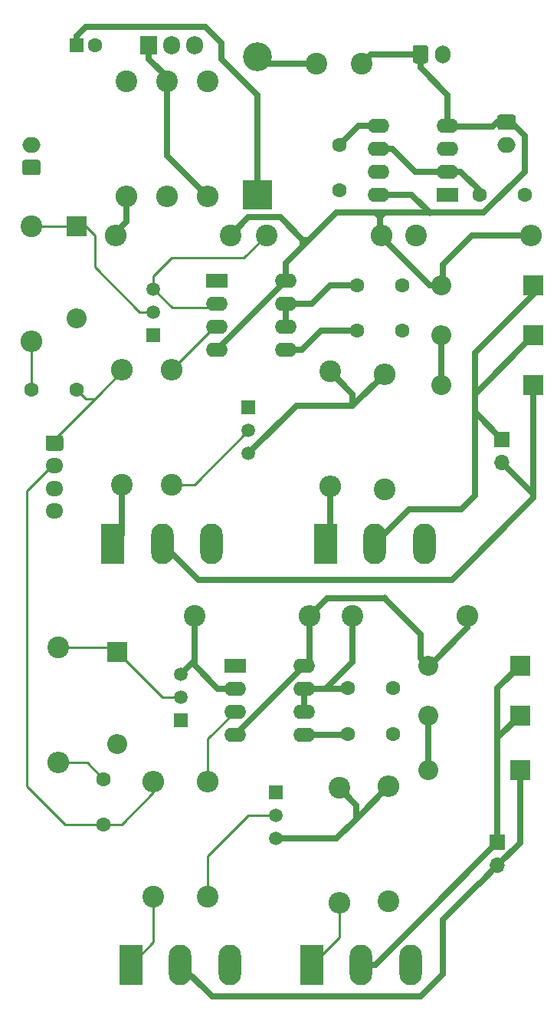
<source format=gbr>
%TF.GenerationSoftware,KiCad,Pcbnew,5.1.10-88a1d61d58~88~ubuntu20.04.1*%
%TF.CreationDate,2021-06-28T09:18:53+01:00*%
%TF.ProjectId,spike_n_hold,7370696b-655f-46e5-9f68-6f6c642e6b69,rev?*%
%TF.SameCoordinates,Original*%
%TF.FileFunction,Copper,L1,Top*%
%TF.FilePolarity,Positive*%
%FSLAX46Y46*%
G04 Gerber Fmt 4.6, Leading zero omitted, Abs format (unit mm)*
G04 Created by KiCad (PCBNEW 5.1.10-88a1d61d58~88~ubuntu20.04.1) date 2021-06-28 09:18:53*
%MOMM*%
%LPD*%
G01*
G04 APERTURE LIST*
%TA.AperFunction,ComponentPad*%
%ADD10C,2.400000*%
%TD*%
%TA.AperFunction,ComponentPad*%
%ADD11O,2.000000X1.700000*%
%TD*%
%TA.AperFunction,ComponentPad*%
%ADD12O,2.400000X2.400000*%
%TD*%
%TA.AperFunction,ComponentPad*%
%ADD13C,1.600000*%
%TD*%
%TA.AperFunction,ComponentPad*%
%ADD14R,1.600000X1.600000*%
%TD*%
%TA.AperFunction,ComponentPad*%
%ADD15O,2.400000X1.600000*%
%TD*%
%TA.AperFunction,ComponentPad*%
%ADD16R,2.400000X1.600000*%
%TD*%
%TA.AperFunction,ComponentPad*%
%ADD17O,1.905000X2.000000*%
%TD*%
%TA.AperFunction,ComponentPad*%
%ADD18R,1.905000X2.000000*%
%TD*%
%TA.AperFunction,ComponentPad*%
%ADD19O,1.700000X2.000000*%
%TD*%
%TA.AperFunction,ComponentPad*%
%ADD20R,2.200000X2.200000*%
%TD*%
%TA.AperFunction,ComponentPad*%
%ADD21O,2.200000X2.200000*%
%TD*%
%TA.AperFunction,ComponentPad*%
%ADD22R,3.200000X3.200000*%
%TD*%
%TA.AperFunction,ComponentPad*%
%ADD23O,3.200000X3.200000*%
%TD*%
%TA.AperFunction,ComponentPad*%
%ADD24R,1.700000X1.700000*%
%TD*%
%TA.AperFunction,ComponentPad*%
%ADD25O,1.700000X1.700000*%
%TD*%
%TA.AperFunction,ComponentPad*%
%ADD26O,2.500000X4.500000*%
%TD*%
%TA.AperFunction,ComponentPad*%
%ADD27R,2.500000X4.500000*%
%TD*%
%TA.AperFunction,ComponentPad*%
%ADD28C,1.500000*%
%TD*%
%TA.AperFunction,ComponentPad*%
%ADD29R,1.500000X1.500000*%
%TD*%
%TA.AperFunction,ComponentPad*%
%ADD30O,1.950000X1.700000*%
%TD*%
%TA.AperFunction,ViaPad*%
%ADD31C,0.800000*%
%TD*%
%TA.AperFunction,Conductor*%
%ADD32C,0.250000*%
%TD*%
%TA.AperFunction,Conductor*%
%ADD33C,0.700000*%
%TD*%
G04 APERTURE END LIST*
D10*
%TO.P,L1,2*%
%TO.N,Net-(D17-Pad2)*%
X141000000Y-38500000D03*
%TO.P,L1,1*%
%TO.N,+12V*%
X146000000Y-38500000D03*
%TD*%
D11*
%TO.P,J7,2*%
%TO.N,GND*%
X109500000Y-47500000D03*
%TO.P,J7,1*%
%TO.N,+24V*%
%TA.AperFunction,ComponentPad*%
G36*
G01*
X110250000Y-50850000D02*
X108750000Y-50850000D01*
G75*
G02*
X108500000Y-50600000I0J250000D01*
G01*
X108500000Y-49400000D01*
G75*
G02*
X108750000Y-49150000I250000J0D01*
G01*
X110250000Y-49150000D01*
G75*
G02*
X110500000Y-49400000I0J-250000D01*
G01*
X110500000Y-50600000D01*
G75*
G02*
X110250000Y-50850000I-250000J0D01*
G01*
G37*
%TD.AperFunction*%
%TD*%
D10*
%TO.P,R15,1*%
%TO.N,+12V*%
X131500000Y-57500000D03*
D12*
%TO.P,R15,2*%
%TO.N,Net-(R15-Pad2)*%
X118800000Y-57500000D03*
%TD*%
D13*
%TO.P,C15,2*%
%TO.N,GND*%
X116500000Y-36500000D03*
D14*
%TO.P,C15,1*%
%TO.N,+24V*%
X114500000Y-36500000D03*
%TD*%
D15*
%TO.P,U3,8*%
%TO.N,+12V*%
X147880000Y-53000000D03*
%TO.P,U3,4*%
X155500000Y-45380000D03*
%TO.P,U3,7*%
%TO.N,Net-(R15-Pad2)*%
X147880000Y-50460000D03*
%TO.P,U3,3*%
%TO.N,Net-(R17-Pad1)*%
X155500000Y-47920000D03*
%TO.P,U3,6*%
%TO.N,Net-(C7-Pad2)*%
X147880000Y-47920000D03*
%TO.P,U3,2*%
X155500000Y-50460000D03*
%TO.P,U3,5*%
%TO.N,Net-(C8-Pad2)*%
X147880000Y-45380000D03*
D16*
%TO.P,U3,1*%
%TO.N,GND*%
X155500000Y-53000000D03*
%TD*%
D12*
%TO.P,R18,2*%
%TO.N,GND*%
X124500000Y-53200000D03*
D10*
%TO.P,R18,1*%
%TO.N,Net-(Q9-Pad1)*%
X124500000Y-40500000D03*
%TD*%
D12*
%TO.P,R17,2*%
%TO.N,Net-(Q9-Pad1)*%
X129000000Y-53200000D03*
D10*
%TO.P,R17,1*%
%TO.N,Net-(R17-Pad1)*%
X129000000Y-40500000D03*
%TD*%
D17*
%TO.P,Q9,3*%
%TO.N,GND*%
X127580000Y-36500000D03*
%TO.P,Q9,2*%
%TO.N,Net-(D17-Pad2)*%
X125040000Y-36500000D03*
D18*
%TO.P,Q9,1*%
%TO.N,Net-(Q9-Pad1)*%
X122500000Y-36500000D03*
%TD*%
D19*
%TO.P,J6,2*%
%TO.N,GND*%
X155000000Y-37500000D03*
%TO.P,J6,1*%
%TO.N,+12V*%
%TA.AperFunction,ComponentPad*%
G36*
G01*
X151650000Y-38250000D02*
X151650000Y-36750000D01*
G75*
G02*
X151900000Y-36500000I250000J0D01*
G01*
X153100000Y-36500000D01*
G75*
G02*
X153350000Y-36750000I0J-250000D01*
G01*
X153350000Y-38250000D01*
G75*
G02*
X153100000Y-38500000I-250000J0D01*
G01*
X151900000Y-38500000D01*
G75*
G02*
X151650000Y-38250000I0J250000D01*
G01*
G37*
%TD.AperFunction*%
%TD*%
D11*
%TO.P,J5,2*%
%TO.N,GND*%
X162000000Y-47500000D03*
%TO.P,J5,1*%
%TO.N,+12V*%
%TA.AperFunction,ComponentPad*%
G36*
G01*
X161250000Y-44150000D02*
X162750000Y-44150000D01*
G75*
G02*
X163000000Y-44400000I0J-250000D01*
G01*
X163000000Y-45600000D01*
G75*
G02*
X162750000Y-45850000I-250000J0D01*
G01*
X161250000Y-45850000D01*
G75*
G02*
X161000000Y-45600000I0J250000D01*
G01*
X161000000Y-44400000D01*
G75*
G02*
X161250000Y-44150000I250000J0D01*
G01*
G37*
%TD.AperFunction*%
%TD*%
D13*
%TO.P,C8,2*%
%TO.N,Net-(C8-Pad2)*%
X143500000Y-47500000D03*
%TO.P,C8,1*%
%TO.N,GND*%
X143500000Y-52500000D03*
%TD*%
%TO.P,C7,2*%
%TO.N,Net-(C7-Pad2)*%
X159000000Y-53000000D03*
%TO.P,C7,1*%
%TO.N,GND*%
X164000000Y-53000000D03*
%TD*%
D20*
%TO.P,D4,1*%
%TO.N,Net-(D4-Pad1)*%
X114500000Y-56500000D03*
D21*
%TO.P,D4,2*%
%TO.N,GND*%
X114500000Y-66660000D03*
%TD*%
D13*
%TO.P,C1,1*%
%TO.N,Net-(C1-Pad1)*%
X117500000Y-117500000D03*
%TO.P,C1,2*%
%TO.N,input_trigger2*%
X117500000Y-122500000D03*
%TD*%
%TO.P,C2,1*%
%TO.N,Net-(C2-Pad1)*%
X109500000Y-74500000D03*
%TO.P,C2,2*%
%TO.N,input_trigger1*%
X114500000Y-74500000D03*
%TD*%
%TO.P,C3,2*%
%TO.N,Net-(C3-Pad2)*%
X144500000Y-112500000D03*
%TO.P,C3,1*%
%TO.N,GND*%
X149500000Y-112500000D03*
%TD*%
%TO.P,C4,2*%
%TO.N,Net-(C4-Pad2)*%
X145500000Y-68000000D03*
%TO.P,C4,1*%
%TO.N,GND*%
X150500000Y-68000000D03*
%TD*%
%TO.P,C5,1*%
%TO.N,Net-(C5-Pad1)*%
X144500000Y-107500000D03*
%TO.P,C5,2*%
%TO.N,GND*%
X149500000Y-107500000D03*
%TD*%
%TO.P,C6,2*%
%TO.N,GND*%
X150500000Y-63000000D03*
%TO.P,C6,1*%
%TO.N,Net-(C6-Pad1)*%
X145500000Y-63000000D03*
%TD*%
D21*
%TO.P,D1,2*%
%TO.N,+12V*%
X153340000Y-105000000D03*
D20*
%TO.P,D1,1*%
%TO.N,Net-(D1-Pad1)*%
X163500000Y-105000000D03*
%TD*%
%TO.P,D2,1*%
%TO.N,Net-(D2-Pad1)*%
X165000000Y-63000000D03*
D21*
%TO.P,D2,2*%
%TO.N,+12V*%
X154840000Y-63000000D03*
%TD*%
%TO.P,D3,2*%
%TO.N,GND*%
X119000000Y-113660000D03*
D20*
%TO.P,D3,1*%
%TO.N,Net-(D3-Pad1)*%
X119000000Y-103500000D03*
%TD*%
D21*
%TO.P,D5,2*%
%TO.N,Net-(D5-Pad2)*%
X153340000Y-110500000D03*
D20*
%TO.P,D5,1*%
%TO.N,Net-(D1-Pad1)*%
X163500000Y-110500000D03*
%TD*%
D21*
%TO.P,D6,2*%
%TO.N,Net-(D6-Pad2)*%
X154840000Y-68500000D03*
D20*
%TO.P,D6,1*%
%TO.N,Net-(D2-Pad1)*%
X165000000Y-68500000D03*
%TD*%
%TO.P,D7,1*%
%TO.N,Net-(D7-Pad1)*%
X163500000Y-116500000D03*
D21*
%TO.P,D7,2*%
%TO.N,Net-(D5-Pad2)*%
X153340000Y-116500000D03*
%TD*%
%TO.P,D8,2*%
%TO.N,Net-(D6-Pad2)*%
X154840000Y-74000000D03*
D20*
%TO.P,D8,1*%
%TO.N,Net-(D8-Pad1)*%
X165000000Y-74000000D03*
%TD*%
D22*
%TO.P,D17,1*%
%TO.N,+24V*%
X134500000Y-53000000D03*
D23*
%TO.P,D17,2*%
%TO.N,Net-(D17-Pad2)*%
X134500000Y-37760000D03*
%TD*%
D24*
%TO.P,J3,1*%
%TO.N,Net-(D1-Pad1)*%
X161000000Y-124500000D03*
D25*
%TO.P,J3,2*%
%TO.N,Net-(D7-Pad1)*%
X161000000Y-127040000D03*
%TD*%
%TO.P,J4,2*%
%TO.N,Net-(D8-Pad1)*%
X161500000Y-82540000D03*
D24*
%TO.P,J4,1*%
%TO.N,Net-(D2-Pad1)*%
X161500000Y-80000000D03*
%TD*%
D26*
%TO.P,Q1,3*%
%TO.N,+24V*%
X151400000Y-138000000D03*
%TO.P,Q1,2*%
%TO.N,Net-(D1-Pad1)*%
X145950000Y-138000000D03*
D27*
%TO.P,Q1,1*%
%TO.N,Net-(Q1-Pad1)*%
X140500000Y-138000000D03*
%TD*%
%TO.P,Q2,1*%
%TO.N,Net-(Q2-Pad1)*%
X142000000Y-91500000D03*
D26*
%TO.P,Q2,2*%
%TO.N,Net-(D2-Pad1)*%
X147450000Y-91500000D03*
%TO.P,Q2,3*%
%TO.N,+24V*%
X152900000Y-91500000D03*
%TD*%
%TO.P,Q7,3*%
%TO.N,GND*%
X131400000Y-138000000D03*
%TO.P,Q7,2*%
%TO.N,Net-(D7-Pad1)*%
X125950000Y-138000000D03*
D27*
%TO.P,Q7,1*%
%TO.N,Net-(Q7-Pad1)*%
X120500000Y-138000000D03*
%TD*%
D26*
%TO.P,Q8,3*%
%TO.N,GND*%
X129400000Y-91500000D03*
%TO.P,Q8,2*%
%TO.N,Net-(D8-Pad1)*%
X123950000Y-91500000D03*
D27*
%TO.P,Q8,1*%
%TO.N,Net-(Q8-Pad1)*%
X118500000Y-91500000D03*
%TD*%
D10*
%TO.P,R1,1*%
%TO.N,+24V*%
X149000000Y-131000000D03*
D12*
%TO.P,R1,2*%
%TO.N,Net-(Q5-Pad3)*%
X149000000Y-118300000D03*
%TD*%
%TO.P,R2,2*%
%TO.N,Net-(Q6-Pad3)*%
X148500000Y-72800000D03*
D10*
%TO.P,R2,1*%
%TO.N,+24V*%
X148500000Y-85500000D03*
%TD*%
D12*
%TO.P,R3,2*%
%TO.N,Net-(Q1-Pad1)*%
X143500000Y-131200000D03*
D10*
%TO.P,R3,1*%
%TO.N,Net-(Q5-Pad3)*%
X143500000Y-118500000D03*
%TD*%
%TO.P,R4,1*%
%TO.N,Net-(Q6-Pad3)*%
X142500000Y-72500000D03*
D12*
%TO.P,R4,2*%
%TO.N,Net-(Q2-Pad1)*%
X142500000Y-85200000D03*
%TD*%
%TO.P,R5,2*%
%TO.N,Net-(C1-Pad1)*%
X112500000Y-115700000D03*
D10*
%TO.P,R5,1*%
%TO.N,Net-(D3-Pad1)*%
X112500000Y-103000000D03*
%TD*%
%TO.P,R6,1*%
%TO.N,Net-(D4-Pad1)*%
X109500000Y-56500000D03*
D12*
%TO.P,R6,2*%
%TO.N,Net-(C2-Pad1)*%
X109500000Y-69200000D03*
%TD*%
%TO.P,R7,2*%
%TO.N,timed_trigger2*%
X129000000Y-117800000D03*
D10*
%TO.P,R7,1*%
%TO.N,Net-(Q5-Pad2)*%
X129000000Y-130500000D03*
%TD*%
%TO.P,R8,1*%
%TO.N,Net-(Q6-Pad2)*%
X125000000Y-85000000D03*
D12*
%TO.P,R8,2*%
%TO.N,timed_trigger1*%
X125000000Y-72300000D03*
%TD*%
D10*
%TO.P,R9,1*%
%TO.N,Net-(Q3-Pad3)*%
X127500000Y-99500000D03*
D12*
%TO.P,R9,2*%
%TO.N,+12V*%
X140200000Y-99500000D03*
%TD*%
%TO.P,R10,2*%
%TO.N,+12V*%
X148200000Y-57500000D03*
D10*
%TO.P,R10,1*%
%TO.N,Net-(Q4-Pad3)*%
X135500000Y-57500000D03*
%TD*%
%TO.P,R11,1*%
%TO.N,Net-(Q7-Pad1)*%
X123000000Y-130500000D03*
D12*
%TO.P,R11,2*%
%TO.N,input_trigger2*%
X123000000Y-117800000D03*
%TD*%
%TO.P,R12,2*%
%TO.N,input_trigger1*%
X119500000Y-72300000D03*
D10*
%TO.P,R12,1*%
%TO.N,Net-(Q8-Pad1)*%
X119500000Y-85000000D03*
%TD*%
D12*
%TO.P,R13,2*%
%TO.N,+12V*%
X157700000Y-99500000D03*
D10*
%TO.P,R13,1*%
%TO.N,Net-(C5-Pad1)*%
X145000000Y-99500000D03*
%TD*%
%TO.P,R14,1*%
%TO.N,Net-(C6-Pad1)*%
X152000000Y-57500000D03*
D12*
%TO.P,R14,2*%
%TO.N,+12V*%
X164700000Y-57500000D03*
%TD*%
D16*
%TO.P,U1,1*%
%TO.N,GND*%
X132000000Y-105000000D03*
D15*
%TO.P,U1,5*%
%TO.N,Net-(C3-Pad2)*%
X139620000Y-112620000D03*
%TO.P,U1,2*%
%TO.N,Net-(Q3-Pad3)*%
X132000000Y-107540000D03*
%TO.P,U1,6*%
%TO.N,Net-(C5-Pad1)*%
X139620000Y-110080000D03*
%TO.P,U1,3*%
%TO.N,timed_trigger2*%
X132000000Y-110080000D03*
%TO.P,U1,7*%
%TO.N,Net-(C5-Pad1)*%
X139620000Y-107540000D03*
%TO.P,U1,4*%
%TO.N,+12V*%
X132000000Y-112620000D03*
%TO.P,U1,8*%
X139620000Y-105000000D03*
%TD*%
D16*
%TO.P,U2,1*%
%TO.N,GND*%
X130000000Y-62500000D03*
D15*
%TO.P,U2,5*%
%TO.N,Net-(C4-Pad2)*%
X137620000Y-70120000D03*
%TO.P,U2,2*%
%TO.N,Net-(Q4-Pad3)*%
X130000000Y-65040000D03*
%TO.P,U2,6*%
%TO.N,Net-(C6-Pad1)*%
X137620000Y-67580000D03*
%TO.P,U2,3*%
%TO.N,timed_trigger1*%
X130000000Y-67580000D03*
%TO.P,U2,7*%
%TO.N,Net-(C6-Pad1)*%
X137620000Y-65040000D03*
%TO.P,U2,4*%
%TO.N,+12V*%
X130000000Y-70120000D03*
%TO.P,U2,8*%
X137620000Y-62500000D03*
%TD*%
D28*
%TO.P,Q3,2*%
%TO.N,Net-(D3-Pad1)*%
X126000000Y-108460000D03*
%TO.P,Q3,3*%
%TO.N,Net-(Q3-Pad3)*%
X126000000Y-105920000D03*
D29*
%TO.P,Q3,1*%
%TO.N,GND*%
X126000000Y-111000000D03*
%TD*%
%TO.P,Q4,1*%
%TO.N,GND*%
X123000000Y-68500000D03*
D28*
%TO.P,Q4,3*%
%TO.N,Net-(Q4-Pad3)*%
X123000000Y-63420000D03*
%TO.P,Q4,2*%
%TO.N,Net-(D4-Pad1)*%
X123000000Y-65960000D03*
%TD*%
D29*
%TO.P,Q5,1*%
%TO.N,GND*%
X136500000Y-119000000D03*
D28*
%TO.P,Q5,3*%
%TO.N,Net-(Q5-Pad3)*%
X136500000Y-124080000D03*
%TO.P,Q5,2*%
%TO.N,Net-(Q5-Pad2)*%
X136500000Y-121540000D03*
%TD*%
D29*
%TO.P,Q6,1*%
%TO.N,GND*%
X133500000Y-76500000D03*
D28*
%TO.P,Q6,3*%
%TO.N,Net-(Q6-Pad3)*%
X133500000Y-81580000D03*
%TO.P,Q6,2*%
%TO.N,Net-(Q6-Pad2)*%
X133500000Y-79040000D03*
%TD*%
D10*
%TO.P,R16,1*%
%TO.N,Net-(C7-Pad2)*%
X120000000Y-40500000D03*
D12*
%TO.P,R16,2*%
%TO.N,Net-(R15-Pad2)*%
X120000000Y-53200000D03*
%TD*%
%TO.P,J1,1*%
%TO.N,input_trigger1*%
%TA.AperFunction,ComponentPad*%
G36*
G01*
X111323000Y-79576000D02*
X112773000Y-79576000D01*
G75*
G02*
X113023000Y-79826000I0J-250000D01*
G01*
X113023000Y-81026000D01*
G75*
G02*
X112773000Y-81276000I-250000J0D01*
G01*
X111323000Y-81276000D01*
G75*
G02*
X111073000Y-81026000I0J250000D01*
G01*
X111073000Y-79826000D01*
G75*
G02*
X111323000Y-79576000I250000J0D01*
G01*
G37*
%TD.AperFunction*%
D30*
%TO.P,J1,2*%
%TO.N,input_trigger2*%
X112048000Y-82926000D03*
%TO.P,J1,3*%
%TO.N,Net-(J1-Pad3)*%
X112048000Y-85426000D03*
%TO.P,J1,4*%
%TO.N,GND*%
X112048000Y-87926000D03*
%TD*%
D31*
%TO.N,+12V*%
X153499990Y-55000000D03*
X148500000Y-97552183D03*
%TD*%
D32*
%TO.N,Net-(C1-Pad1)*%
X115700000Y-115700000D02*
X117500000Y-117500000D01*
X112500000Y-115700000D02*
X115700000Y-115700000D01*
%TO.N,input_trigger2*%
X117500000Y-122500000D02*
X119500000Y-122500000D01*
X123000000Y-119000000D02*
X123000000Y-117800000D01*
X119500000Y-122500000D02*
X123000000Y-119000000D01*
X111540000Y-83180000D02*
X109000000Y-85720000D01*
X109000000Y-85720000D02*
X109000000Y-118272000D01*
X113228000Y-122500000D02*
X117500000Y-122500000D01*
X109000000Y-118272000D02*
X113228000Y-122500000D01*
%TO.N,Net-(C2-Pad1)*%
X109500000Y-70200000D02*
X110500000Y-69200000D01*
X109500000Y-74500000D02*
X109500000Y-70200000D01*
%TO.N,input_trigger1*%
X119500000Y-72500000D02*
X119500000Y-72300000D01*
X114500000Y-74500000D02*
X115500000Y-75500000D01*
X116500000Y-75500000D02*
X117000000Y-75000000D01*
X115500000Y-75500000D02*
X116500000Y-75500000D01*
X117000000Y-75000000D02*
X119500000Y-72500000D01*
X111500000Y-80500000D02*
X117000000Y-75000000D01*
D33*
%TO.N,Net-(C3-Pad2)*%
X144380000Y-112620000D02*
X144500000Y-112500000D01*
X139620000Y-112620000D02*
X144380000Y-112620000D01*
%TO.N,Net-(C4-Pad2)*%
X137620000Y-70120000D02*
X139380000Y-70120000D01*
X141500000Y-68000000D02*
X145500000Y-68000000D01*
X139380000Y-70120000D02*
X141500000Y-68000000D01*
%TO.N,Net-(C5-Pad1)*%
X139620000Y-107540000D02*
X139620000Y-110080000D01*
X144460000Y-107540000D02*
X144500000Y-107500000D01*
X142040000Y-107540000D02*
X144460000Y-107540000D01*
X139620000Y-107540000D02*
X142040000Y-107540000D01*
X145000000Y-104580000D02*
X142040000Y-107540000D01*
X145000000Y-99500000D02*
X145000000Y-104580000D01*
%TO.N,Net-(C6-Pad1)*%
X137620000Y-67580000D02*
X137620000Y-65040000D01*
X142500000Y-63000000D02*
X145500000Y-63000000D01*
X140460000Y-65040000D02*
X142500000Y-63000000D01*
X137620000Y-65040000D02*
X140460000Y-65040000D01*
%TO.N,+24V*%
X114500000Y-35500000D02*
X114500000Y-36500000D01*
X115500000Y-34500000D02*
X114500000Y-35500000D01*
X128752370Y-34500000D02*
X115500000Y-34500000D01*
X130500000Y-38000000D02*
X130500000Y-36247630D01*
X134500000Y-42000000D02*
X130500000Y-38000000D01*
X130500000Y-36247630D02*
X128752370Y-34500000D01*
X134500000Y-53000000D02*
X134500000Y-42000000D01*
%TO.N,+12V*%
X147500000Y-55000000D02*
X148000000Y-55500000D01*
X148000000Y-55500000D02*
X148500000Y-55000000D01*
X132000000Y-112620000D02*
X139620000Y-105000000D01*
X130000000Y-70120000D02*
X137620000Y-62500000D01*
X151434315Y-55000000D02*
X153499990Y-55000000D01*
X143200000Y-55000000D02*
X151434315Y-55000000D01*
X137620000Y-62500000D02*
X137620000Y-60580000D01*
X148000000Y-55000000D02*
X151434315Y-55000000D01*
X148000000Y-57500000D02*
X148000000Y-55000000D01*
X153500000Y-63000000D02*
X148000000Y-57500000D01*
X154840000Y-63000000D02*
X153500000Y-63000000D01*
X158200000Y-57500000D02*
X164700000Y-57500000D01*
X155000000Y-60700000D02*
X158200000Y-57500000D01*
X155000000Y-63000000D02*
X155000000Y-60700000D01*
X154840000Y-63000000D02*
X155000000Y-63000000D01*
X140200000Y-99500000D02*
X140200000Y-104420000D01*
X140200000Y-104420000D02*
X139620000Y-105000000D01*
X142147817Y-97552183D02*
X148500000Y-97552183D01*
X140200000Y-99500000D02*
X142147817Y-97552183D01*
X153500000Y-105000000D02*
X153340000Y-105000000D01*
X157700000Y-100800000D02*
X153500000Y-105000000D01*
X157700000Y-99500000D02*
X157700000Y-100800000D01*
X152500000Y-101552183D02*
X148500000Y-97552183D01*
X152500000Y-104160000D02*
X152500000Y-101552183D01*
X153340000Y-105000000D02*
X152500000Y-104160000D01*
X133500000Y-55500000D02*
X137000000Y-55500000D01*
X131500000Y-57500000D02*
X133500000Y-55500000D01*
X139500000Y-58700000D02*
X139350000Y-58850000D01*
X137620000Y-60580000D02*
X139350000Y-58850000D01*
X137000000Y-55500000D02*
X139500000Y-58000000D01*
X139500000Y-58000000D02*
X139500000Y-58700000D01*
X139500000Y-58000000D02*
X139850000Y-58350000D01*
X140000000Y-58000000D02*
X140100000Y-58100000D01*
X139500000Y-58000000D02*
X140000000Y-58000000D01*
X140100000Y-58100000D02*
X143200000Y-55000000D01*
X139350000Y-58850000D02*
X140100000Y-58100000D01*
X159500000Y-55000000D02*
X153499990Y-55000000D01*
X164000000Y-50500000D02*
X159500000Y-55000000D01*
X164000000Y-46500000D02*
X164000000Y-50500000D01*
X162500000Y-45000000D02*
X164000000Y-46500000D01*
X162000000Y-45000000D02*
X162500000Y-45000000D01*
X147000000Y-37500000D02*
X146000000Y-38500000D01*
X152500000Y-37500000D02*
X147000000Y-37500000D01*
X151499990Y-53000000D02*
X153499990Y-55000000D01*
X147880000Y-53000000D02*
X151499990Y-53000000D01*
X152500000Y-39000000D02*
X155500000Y-42000000D01*
X155500000Y-42000000D02*
X155500000Y-45380000D01*
X152500000Y-37500000D02*
X152500000Y-39000000D01*
X161000000Y-45000000D02*
X162000000Y-45000000D01*
X160500000Y-45500000D02*
X161000000Y-45000000D01*
X155620000Y-45500000D02*
X160500000Y-45500000D01*
X155500000Y-45380000D02*
X155620000Y-45500000D01*
%TO.N,Net-(D1-Pad1)*%
X161000000Y-113000000D02*
X163500000Y-110500000D01*
X161000000Y-107500000D02*
X163500000Y-105000000D01*
X161000000Y-113000000D02*
X161000000Y-107500000D01*
X161000000Y-124500000D02*
X161000000Y-113000000D01*
X161000000Y-124500000D02*
X151400000Y-134100000D01*
X147500000Y-138000000D02*
X151400000Y-134100000D01*
X145950000Y-138000000D02*
X147500000Y-138000000D01*
%TO.N,Net-(D2-Pad1)*%
X165000000Y-64000000D02*
X158500000Y-70500000D01*
X165000000Y-63000000D02*
X165000000Y-64000000D01*
X158500000Y-77000000D02*
X161500000Y-80000000D01*
X158500000Y-70500000D02*
X158500000Y-73500000D01*
X158500000Y-73500000D02*
X158500000Y-74500000D01*
X158500000Y-74500000D02*
X158500000Y-77000000D01*
X151250000Y-87700000D02*
X147450000Y-91500000D01*
X157000000Y-87700000D02*
X151250000Y-87700000D01*
X158500000Y-86200000D02*
X157000000Y-87700000D01*
X158500000Y-73500000D02*
X158500000Y-86200000D01*
X158500000Y-75000000D02*
X165000000Y-68500000D01*
D32*
%TO.N,Net-(D3-Pad1)*%
X118500000Y-103000000D02*
X119000000Y-103500000D01*
X112500000Y-103000000D02*
X118500000Y-103000000D01*
X123960000Y-108460000D02*
X119000000Y-103500000D01*
X126000000Y-108460000D02*
X123960000Y-108460000D01*
%TO.N,Net-(D4-Pad1)*%
X110500000Y-56500000D02*
X114500000Y-56500000D01*
X121460000Y-65960000D02*
X123000000Y-65960000D01*
X116500000Y-57500000D02*
X116500000Y-61000000D01*
X115500000Y-56500000D02*
X116500000Y-57500000D01*
X116500000Y-61000000D02*
X121460000Y-65960000D01*
X114500000Y-56500000D02*
X115500000Y-56500000D01*
D33*
%TO.N,Net-(D5-Pad2)*%
X153340000Y-110500000D02*
X153340000Y-116500000D01*
%TO.N,Net-(D6-Pad2)*%
X154840000Y-68500000D02*
X154840000Y-74000000D01*
%TO.N,Net-(D7-Pad1)*%
X163500000Y-124540000D02*
X163500000Y-116500000D01*
X161000000Y-127040000D02*
X163500000Y-124540000D01*
X159000000Y-129040000D02*
X161000000Y-127040000D01*
X129450000Y-141500000D02*
X133500000Y-141500000D01*
X125950000Y-138000000D02*
X129450000Y-141500000D01*
X133000000Y-141500000D02*
X133500000Y-141500000D01*
X159000000Y-129040000D02*
X158960000Y-129040000D01*
X158960000Y-129040000D02*
X155000000Y-133000000D01*
X155000000Y-133000000D02*
X155000000Y-139000000D01*
X155000000Y-139000000D02*
X152500000Y-141500000D01*
X133500000Y-141500000D02*
X152500000Y-141500000D01*
%TO.N,Net-(D8-Pad1)*%
X165000000Y-86500000D02*
X165000000Y-74000000D01*
X165000000Y-86040000D02*
X161500000Y-82540000D01*
X165000000Y-86500000D02*
X165000000Y-86040000D01*
X156000000Y-95500000D02*
X165000000Y-86500000D01*
X127950000Y-95500000D02*
X156000000Y-95500000D01*
X123950000Y-91500000D02*
X127950000Y-95500000D01*
D32*
%TO.N,Net-(Q1-Pad1)*%
X143500000Y-135000000D02*
X140500000Y-138000000D01*
X143500000Y-131200000D02*
X143500000Y-135000000D01*
D33*
%TO.N,Net-(Q2-Pad1)*%
X142500000Y-91000000D02*
X142000000Y-91500000D01*
X142500000Y-85200000D02*
X142500000Y-91000000D01*
D32*
%TO.N,Net-(Q7-Pad1)*%
X123000000Y-135500000D02*
X120500000Y-138000000D01*
X123000000Y-130500000D02*
X123000000Y-135500000D01*
D33*
%TO.N,Net-(Q8-Pad1)*%
X119500000Y-90500000D02*
X118500000Y-91500000D01*
X119500000Y-85000000D02*
X119500000Y-90500000D01*
%TO.N,Net-(Q5-Pad3)*%
X136500000Y-124080000D02*
X143220000Y-124080000D01*
X145400000Y-120400000D02*
X145400000Y-121900000D01*
X143500000Y-118500000D02*
X145400000Y-120400000D01*
X145400000Y-121900000D02*
X149000000Y-118300000D01*
X143220000Y-124080000D02*
X145400000Y-121900000D01*
D32*
%TO.N,Net-(Q6-Pad3)*%
X142500000Y-72580000D02*
X142500000Y-72500000D01*
D33*
X148500000Y-72800000D02*
X145000000Y-76300000D01*
X138780000Y-76300000D02*
X133500000Y-81580000D01*
X145000000Y-76300000D02*
X138780000Y-76300000D01*
X145000000Y-75000000D02*
X142500000Y-72500000D01*
X145000000Y-76300000D02*
X145000000Y-75000000D01*
D32*
%TO.N,timed_trigger2*%
X129000000Y-113080000D02*
X129000000Y-117800000D01*
X132000000Y-110080000D02*
X129000000Y-113080000D01*
%TO.N,Net-(Q5-Pad2)*%
X129000000Y-130500000D02*
X129000000Y-126000000D01*
X133460000Y-121540000D02*
X136500000Y-121540000D01*
X129000000Y-126000000D02*
X133460000Y-121540000D01*
%TO.N,Net-(Q6-Pad2)*%
X127540000Y-85000000D02*
X133500000Y-79040000D01*
X125000000Y-85000000D02*
X127540000Y-85000000D01*
%TO.N,timed_trigger1*%
X129720000Y-67580000D02*
X125000000Y-72300000D01*
X130000000Y-67580000D02*
X129720000Y-67580000D01*
D33*
%TO.N,Net-(Q3-Pad3)*%
X127500000Y-104420000D02*
X126000000Y-105920000D01*
X130100000Y-107540000D02*
X132000000Y-107540000D01*
X127500000Y-104940000D02*
X130100000Y-107540000D01*
X127500000Y-103000000D02*
X127500000Y-104940000D01*
X127500000Y-103000000D02*
X127500000Y-104420000D01*
X127500000Y-99500000D02*
X127500000Y-103000000D01*
D32*
%TO.N,Net-(Q4-Pad3)*%
X123000000Y-63420000D02*
X125080000Y-65500000D01*
X129540000Y-65500000D02*
X130000000Y-65040000D01*
X125080000Y-65500000D02*
X129540000Y-65500000D01*
X123000000Y-62000000D02*
X123000000Y-63420000D01*
X125000000Y-60000000D02*
X123000000Y-62000000D01*
X133000000Y-60000000D02*
X125000000Y-60000000D01*
X135500000Y-57500000D02*
X133000000Y-60000000D01*
D33*
%TO.N,Net-(R15-Pad2)*%
X120000000Y-56000000D02*
X120000000Y-53200000D01*
X118800000Y-57200000D02*
X120000000Y-56000000D01*
X118800000Y-57400000D02*
X118800000Y-57200000D01*
%TO.N,Net-(C7-Pad2)*%
X149420000Y-47920000D02*
X147880000Y-47920000D01*
X156960000Y-50460000D02*
X151960000Y-50460000D01*
X159000000Y-52500000D02*
X156960000Y-50460000D01*
X151960000Y-50460000D02*
X149420000Y-47920000D01*
X159000000Y-53000000D02*
X159000000Y-52500000D01*
%TO.N,Net-(C8-Pad2)*%
X145620000Y-45380000D02*
X147880000Y-45380000D01*
X143500000Y-47500000D02*
X145620000Y-45380000D01*
%TO.N,Net-(D17-Pad2)*%
X135240000Y-38500000D02*
X134500000Y-37760000D01*
X141000000Y-38500000D02*
X135240000Y-38500000D01*
%TO.N,Net-(Q9-Pad1)*%
X124500000Y-43500000D02*
X124500000Y-40500000D01*
X124500000Y-48700000D02*
X124500000Y-43500000D01*
X129000000Y-53200000D02*
X124500000Y-48700000D01*
X122500000Y-38000000D02*
X122500000Y-36500000D01*
X124500000Y-40000000D02*
X122500000Y-38000000D01*
X124500000Y-40500000D02*
X124500000Y-40000000D01*
%TD*%
M02*

</source>
